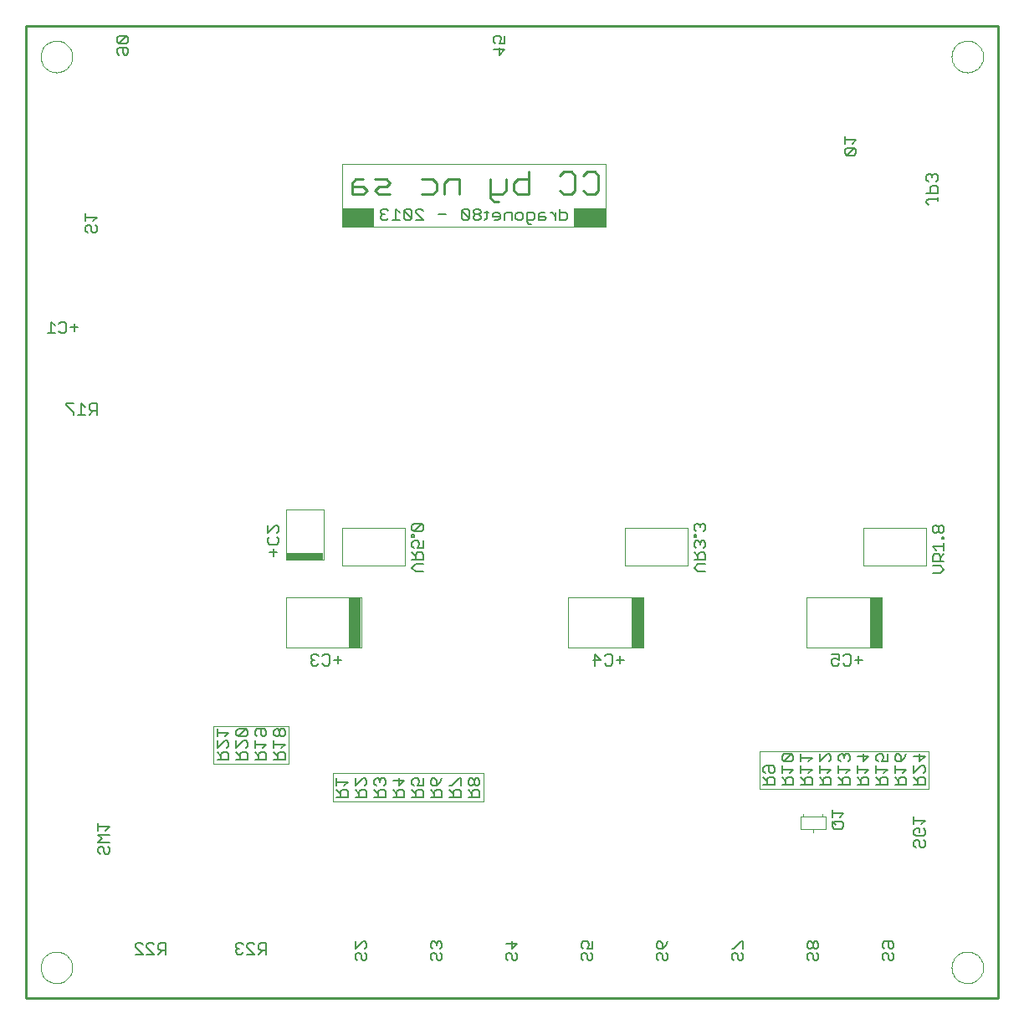
<source format=gbo>
G75*
G70*
%OFA0B0*%
%FSLAX24Y24*%
%IPPOS*%
%LPD*%
%AMOC8*
5,1,8,0,0,1.08239X$1,22.5*
%
%ADD10C,0.0100*%
%ADD11C,0.0000*%
%ADD12C,0.0050*%
%ADD13C,0.0040*%
%ADD14R,0.1500X0.0250*%
%ADD15R,0.0500X0.2000*%
%ADD16R,0.1250X0.0750*%
D10*
X002638Y000643D02*
X002638Y039398D01*
X041393Y039398D01*
X041393Y000643D01*
X002638Y000643D01*
X021316Y032376D02*
X021467Y032376D01*
X021316Y032376D02*
X021166Y032527D01*
X021166Y033277D01*
X021166Y032677D02*
X021617Y032677D01*
X021767Y032827D01*
X021767Y033277D01*
X022087Y033127D02*
X022237Y033277D01*
X022688Y033277D01*
X022688Y033577D02*
X022688Y032677D01*
X022237Y032677D01*
X022087Y032827D01*
X022087Y033127D01*
X023929Y032827D02*
X024079Y032677D01*
X024379Y032677D01*
X024529Y032827D01*
X024529Y033427D01*
X024379Y033577D01*
X024079Y033577D01*
X023929Y033427D01*
X024849Y033427D02*
X025000Y033577D01*
X025300Y033577D01*
X025450Y033427D01*
X025450Y032827D01*
X025300Y032677D01*
X025000Y032677D01*
X024849Y032827D01*
X019925Y032677D02*
X019925Y033277D01*
X019475Y033277D01*
X019325Y033127D01*
X019325Y032677D01*
X019004Y032827D02*
X019004Y033127D01*
X018854Y033277D01*
X018404Y033277D01*
X018404Y032677D02*
X018854Y032677D01*
X019004Y032827D01*
X017163Y032677D02*
X016713Y032677D01*
X016562Y032827D01*
X016713Y032977D01*
X017013Y032977D01*
X017163Y033127D01*
X017013Y033277D01*
X016562Y033277D01*
X016092Y033277D02*
X015792Y033277D01*
X015642Y033127D01*
X015642Y032677D01*
X016092Y032677D01*
X016242Y032827D01*
X016092Y032977D01*
X015642Y032977D01*
D11*
X003238Y038168D02*
X003240Y038218D01*
X003246Y038268D01*
X003256Y038317D01*
X003270Y038365D01*
X003287Y038412D01*
X003308Y038457D01*
X003333Y038501D01*
X003361Y038542D01*
X003393Y038581D01*
X003427Y038618D01*
X003464Y038652D01*
X003504Y038682D01*
X003546Y038709D01*
X003590Y038733D01*
X003636Y038754D01*
X003683Y038770D01*
X003731Y038783D01*
X003781Y038792D01*
X003830Y038797D01*
X003881Y038798D01*
X003931Y038795D01*
X003980Y038788D01*
X004029Y038777D01*
X004077Y038762D01*
X004123Y038744D01*
X004168Y038722D01*
X004211Y038696D01*
X004252Y038667D01*
X004291Y038635D01*
X004327Y038600D01*
X004359Y038562D01*
X004389Y038522D01*
X004416Y038479D01*
X004439Y038435D01*
X004458Y038389D01*
X004474Y038341D01*
X004486Y038292D01*
X004494Y038243D01*
X004498Y038193D01*
X004498Y038143D01*
X004494Y038093D01*
X004486Y038044D01*
X004474Y037995D01*
X004458Y037947D01*
X004439Y037901D01*
X004416Y037857D01*
X004389Y037814D01*
X004359Y037774D01*
X004327Y037736D01*
X004291Y037701D01*
X004252Y037669D01*
X004211Y037640D01*
X004168Y037614D01*
X004123Y037592D01*
X004077Y037574D01*
X004029Y037559D01*
X003980Y037548D01*
X003931Y037541D01*
X003881Y037538D01*
X003830Y037539D01*
X003781Y037544D01*
X003731Y037553D01*
X003683Y037566D01*
X003636Y037582D01*
X003590Y037603D01*
X003546Y037627D01*
X003504Y037654D01*
X003464Y037684D01*
X003427Y037718D01*
X003393Y037755D01*
X003361Y037794D01*
X003333Y037835D01*
X003308Y037879D01*
X003287Y037924D01*
X003270Y037971D01*
X003256Y038019D01*
X003246Y038068D01*
X003240Y038118D01*
X003238Y038168D01*
X003238Y001874D02*
X003240Y001924D01*
X003246Y001974D01*
X003256Y002023D01*
X003270Y002071D01*
X003287Y002118D01*
X003308Y002163D01*
X003333Y002207D01*
X003361Y002248D01*
X003393Y002287D01*
X003427Y002324D01*
X003464Y002358D01*
X003504Y002388D01*
X003546Y002415D01*
X003590Y002439D01*
X003636Y002460D01*
X003683Y002476D01*
X003731Y002489D01*
X003781Y002498D01*
X003830Y002503D01*
X003881Y002504D01*
X003931Y002501D01*
X003980Y002494D01*
X004029Y002483D01*
X004077Y002468D01*
X004123Y002450D01*
X004168Y002428D01*
X004211Y002402D01*
X004252Y002373D01*
X004291Y002341D01*
X004327Y002306D01*
X004359Y002268D01*
X004389Y002228D01*
X004416Y002185D01*
X004439Y002141D01*
X004458Y002095D01*
X004474Y002047D01*
X004486Y001998D01*
X004494Y001949D01*
X004498Y001899D01*
X004498Y001849D01*
X004494Y001799D01*
X004486Y001750D01*
X004474Y001701D01*
X004458Y001653D01*
X004439Y001607D01*
X004416Y001563D01*
X004389Y001520D01*
X004359Y001480D01*
X004327Y001442D01*
X004291Y001407D01*
X004252Y001375D01*
X004211Y001346D01*
X004168Y001320D01*
X004123Y001298D01*
X004077Y001280D01*
X004029Y001265D01*
X003980Y001254D01*
X003931Y001247D01*
X003881Y001244D01*
X003830Y001245D01*
X003781Y001250D01*
X003731Y001259D01*
X003683Y001272D01*
X003636Y001288D01*
X003590Y001309D01*
X003546Y001333D01*
X003504Y001360D01*
X003464Y001390D01*
X003427Y001424D01*
X003393Y001461D01*
X003361Y001500D01*
X003333Y001541D01*
X003308Y001585D01*
X003287Y001630D01*
X003270Y001677D01*
X003256Y001725D01*
X003246Y001774D01*
X003240Y001824D01*
X003238Y001874D01*
X039532Y001874D02*
X039534Y001924D01*
X039540Y001974D01*
X039550Y002023D01*
X039564Y002071D01*
X039581Y002118D01*
X039602Y002163D01*
X039627Y002207D01*
X039655Y002248D01*
X039687Y002287D01*
X039721Y002324D01*
X039758Y002358D01*
X039798Y002388D01*
X039840Y002415D01*
X039884Y002439D01*
X039930Y002460D01*
X039977Y002476D01*
X040025Y002489D01*
X040075Y002498D01*
X040124Y002503D01*
X040175Y002504D01*
X040225Y002501D01*
X040274Y002494D01*
X040323Y002483D01*
X040371Y002468D01*
X040417Y002450D01*
X040462Y002428D01*
X040505Y002402D01*
X040546Y002373D01*
X040585Y002341D01*
X040621Y002306D01*
X040653Y002268D01*
X040683Y002228D01*
X040710Y002185D01*
X040733Y002141D01*
X040752Y002095D01*
X040768Y002047D01*
X040780Y001998D01*
X040788Y001949D01*
X040792Y001899D01*
X040792Y001849D01*
X040788Y001799D01*
X040780Y001750D01*
X040768Y001701D01*
X040752Y001653D01*
X040733Y001607D01*
X040710Y001563D01*
X040683Y001520D01*
X040653Y001480D01*
X040621Y001442D01*
X040585Y001407D01*
X040546Y001375D01*
X040505Y001346D01*
X040462Y001320D01*
X040417Y001298D01*
X040371Y001280D01*
X040323Y001265D01*
X040274Y001254D01*
X040225Y001247D01*
X040175Y001244D01*
X040124Y001245D01*
X040075Y001250D01*
X040025Y001259D01*
X039977Y001272D01*
X039930Y001288D01*
X039884Y001309D01*
X039840Y001333D01*
X039798Y001360D01*
X039758Y001390D01*
X039721Y001424D01*
X039687Y001461D01*
X039655Y001500D01*
X039627Y001541D01*
X039602Y001585D01*
X039581Y001630D01*
X039564Y001677D01*
X039550Y001725D01*
X039540Y001774D01*
X039534Y001824D01*
X039532Y001874D01*
X039532Y038168D02*
X039534Y038218D01*
X039540Y038268D01*
X039550Y038317D01*
X039564Y038365D01*
X039581Y038412D01*
X039602Y038457D01*
X039627Y038501D01*
X039655Y038542D01*
X039687Y038581D01*
X039721Y038618D01*
X039758Y038652D01*
X039798Y038682D01*
X039840Y038709D01*
X039884Y038733D01*
X039930Y038754D01*
X039977Y038770D01*
X040025Y038783D01*
X040075Y038792D01*
X040124Y038797D01*
X040175Y038798D01*
X040225Y038795D01*
X040274Y038788D01*
X040323Y038777D01*
X040371Y038762D01*
X040417Y038744D01*
X040462Y038722D01*
X040505Y038696D01*
X040546Y038667D01*
X040585Y038635D01*
X040621Y038600D01*
X040653Y038562D01*
X040683Y038522D01*
X040710Y038479D01*
X040733Y038435D01*
X040752Y038389D01*
X040768Y038341D01*
X040780Y038292D01*
X040788Y038243D01*
X040792Y038193D01*
X040792Y038143D01*
X040788Y038093D01*
X040780Y038044D01*
X040768Y037995D01*
X040752Y037947D01*
X040733Y037901D01*
X040710Y037857D01*
X040683Y037814D01*
X040653Y037774D01*
X040621Y037736D01*
X040585Y037701D01*
X040546Y037669D01*
X040505Y037640D01*
X040462Y037614D01*
X040417Y037592D01*
X040371Y037574D01*
X040323Y037559D01*
X040274Y037548D01*
X040225Y037541D01*
X040175Y037538D01*
X040124Y037539D01*
X040075Y037544D01*
X040025Y037553D01*
X039977Y037566D01*
X039930Y037582D01*
X039884Y037603D01*
X039840Y037627D01*
X039798Y037654D01*
X039758Y037684D01*
X039721Y037718D01*
X039687Y037755D01*
X039655Y037794D01*
X039627Y037835D01*
X039602Y037879D01*
X039581Y037924D01*
X039564Y037971D01*
X039550Y038019D01*
X039540Y038068D01*
X039534Y038118D01*
X039532Y038168D01*
D12*
X035725Y034841D02*
X035275Y034841D01*
X035275Y034691D02*
X035275Y034992D01*
X035575Y034691D02*
X035725Y034841D01*
X035650Y034531D02*
X035350Y034231D01*
X035275Y034306D01*
X035275Y034456D01*
X035350Y034531D01*
X035650Y034531D01*
X035725Y034456D01*
X035725Y034306D01*
X035650Y034231D01*
X035350Y034231D01*
X038525Y033416D02*
X038525Y033266D01*
X038600Y033191D01*
X038750Y033341D02*
X038750Y033416D01*
X038675Y033492D01*
X038600Y033492D01*
X038525Y033416D01*
X038750Y033416D02*
X038825Y033492D01*
X038900Y033492D01*
X038975Y033416D01*
X038975Y033266D01*
X038900Y033191D01*
X038900Y033031D02*
X038750Y033031D01*
X038675Y032956D01*
X038675Y032731D01*
X038525Y032731D02*
X038975Y032731D01*
X038975Y032956D01*
X038900Y033031D01*
X038975Y032571D02*
X038975Y032421D01*
X038975Y032496D02*
X038600Y032496D01*
X038525Y032421D01*
X038525Y032346D01*
X038600Y032270D01*
X038850Y019492D02*
X038925Y019492D01*
X039000Y019416D01*
X039000Y019266D01*
X038925Y019191D01*
X038850Y019191D01*
X038775Y019266D01*
X038775Y019416D01*
X038850Y019492D01*
X039000Y019416D02*
X039075Y019492D01*
X039150Y019492D01*
X039225Y019416D01*
X039225Y019266D01*
X039150Y019191D01*
X039075Y019191D01*
X039000Y019266D01*
X039150Y019036D02*
X039225Y019036D01*
X039225Y018961D01*
X039150Y018961D01*
X039150Y019036D01*
X039225Y018801D02*
X039225Y018501D01*
X039225Y018651D02*
X038775Y018651D01*
X038925Y018501D01*
X039000Y018341D02*
X039075Y018265D01*
X039075Y018040D01*
X039225Y018040D02*
X038775Y018040D01*
X038775Y018265D01*
X038850Y018341D01*
X039000Y018341D01*
X039075Y018190D02*
X039225Y018341D01*
X039075Y017880D02*
X038775Y017880D01*
X039075Y017880D02*
X039225Y017730D01*
X039075Y017580D01*
X038775Y017580D01*
X035825Y014277D02*
X035825Y013977D01*
X035975Y014127D02*
X035675Y014127D01*
X035515Y014277D02*
X035515Y013977D01*
X035440Y013902D01*
X035289Y013902D01*
X035214Y013977D01*
X035054Y013977D02*
X034979Y013902D01*
X034829Y013902D01*
X034754Y013977D01*
X034754Y014127D01*
X034829Y014202D01*
X034904Y014202D01*
X035054Y014127D01*
X035054Y014352D01*
X034754Y014352D01*
X035214Y014277D02*
X035289Y014352D01*
X035440Y014352D01*
X035515Y014277D01*
X035400Y010373D02*
X035325Y010373D01*
X035250Y010298D01*
X035175Y010373D01*
X035100Y010373D01*
X035025Y010298D01*
X035025Y010148D01*
X035100Y010072D01*
X035025Y009912D02*
X035025Y009612D01*
X035025Y009762D02*
X035475Y009762D01*
X035325Y009612D01*
X035250Y009452D02*
X035175Y009377D01*
X035175Y009152D01*
X035175Y009302D02*
X035025Y009452D01*
X035250Y009452D02*
X035400Y009452D01*
X035475Y009377D01*
X035475Y009152D01*
X035025Y009152D01*
X034725Y009152D02*
X034725Y009377D01*
X034650Y009452D01*
X034500Y009452D01*
X034425Y009377D01*
X034425Y009152D01*
X034425Y009302D02*
X034275Y009452D01*
X034275Y009612D02*
X034275Y009912D01*
X034275Y009762D02*
X034725Y009762D01*
X034575Y009612D01*
X034650Y010072D02*
X034725Y010148D01*
X034725Y010298D01*
X034650Y010373D01*
X034575Y010373D01*
X034275Y010072D01*
X034275Y010373D01*
X033975Y010223D02*
X033825Y010072D01*
X033975Y010223D02*
X033525Y010223D01*
X033525Y010373D02*
X033525Y010072D01*
X033525Y009912D02*
X033525Y009612D01*
X033525Y009762D02*
X033975Y009762D01*
X033825Y009612D01*
X033900Y009452D02*
X033750Y009452D01*
X033675Y009377D01*
X033675Y009152D01*
X033675Y009302D02*
X033525Y009452D01*
X033525Y009152D02*
X033975Y009152D01*
X033975Y009377D01*
X033900Y009452D01*
X034275Y009152D02*
X034725Y009152D01*
X034775Y008162D02*
X034775Y007862D01*
X034775Y008012D02*
X035225Y008012D01*
X035075Y007862D01*
X035150Y007702D02*
X034850Y007702D01*
X034775Y007627D01*
X034775Y007477D01*
X034850Y007402D01*
X035150Y007402D01*
X035225Y007477D01*
X035225Y007627D01*
X035150Y007702D01*
X034925Y007552D02*
X034775Y007702D01*
X035775Y009152D02*
X036225Y009152D01*
X036225Y009377D01*
X036150Y009452D01*
X036000Y009452D01*
X035925Y009377D01*
X035925Y009152D01*
X035925Y009302D02*
X035775Y009452D01*
X035775Y009612D02*
X035775Y009912D01*
X035775Y009762D02*
X036225Y009762D01*
X036075Y009612D01*
X036525Y009612D02*
X036525Y009912D01*
X036525Y009762D02*
X036975Y009762D01*
X036825Y009612D01*
X036750Y009452D02*
X036675Y009377D01*
X036675Y009152D01*
X036675Y009302D02*
X036525Y009452D01*
X036750Y009452D02*
X036900Y009452D01*
X036975Y009377D01*
X036975Y009152D01*
X036525Y009152D01*
X037275Y009152D02*
X037725Y009152D01*
X037725Y009377D01*
X037650Y009452D01*
X037500Y009452D01*
X037425Y009377D01*
X037425Y009152D01*
X037425Y009302D02*
X037275Y009452D01*
X037275Y009612D02*
X037275Y009912D01*
X037275Y009762D02*
X037725Y009762D01*
X037575Y009612D01*
X038025Y009612D02*
X038325Y009912D01*
X038400Y009912D01*
X038475Y009837D01*
X038475Y009687D01*
X038400Y009612D01*
X038400Y009452D02*
X038250Y009452D01*
X038175Y009377D01*
X038175Y009152D01*
X038175Y009302D02*
X038025Y009452D01*
X038025Y009612D02*
X038025Y009912D01*
X038250Y010072D02*
X038250Y010373D01*
X038025Y010298D02*
X038475Y010298D01*
X038250Y010072D01*
X037725Y010373D02*
X037650Y010223D01*
X037500Y010072D01*
X037500Y010298D01*
X037425Y010373D01*
X037350Y010373D01*
X037275Y010298D01*
X037275Y010148D01*
X037350Y010072D01*
X037500Y010072D01*
X036975Y010072D02*
X036975Y010373D01*
X036825Y010298D02*
X036750Y010373D01*
X036600Y010373D01*
X036525Y010298D01*
X036525Y010148D01*
X036600Y010072D01*
X036750Y010072D02*
X036825Y010223D01*
X036825Y010298D01*
X036750Y010072D02*
X036975Y010072D01*
X036225Y010298D02*
X036000Y010072D01*
X036000Y010373D01*
X035775Y010298D02*
X036225Y010298D01*
X035475Y010298D02*
X035400Y010373D01*
X035475Y010298D02*
X035475Y010148D01*
X035400Y010072D01*
X035250Y010223D02*
X035250Y010298D01*
X033225Y010298D02*
X033150Y010373D01*
X032850Y010072D01*
X032775Y010148D01*
X032775Y010298D01*
X032850Y010373D01*
X033150Y010373D01*
X033225Y010298D02*
X033225Y010148D01*
X033150Y010072D01*
X032850Y010072D01*
X032775Y009912D02*
X032775Y009612D01*
X032775Y009762D02*
X033225Y009762D01*
X033075Y009612D01*
X033000Y009452D02*
X032925Y009377D01*
X032925Y009152D01*
X032925Y009302D02*
X032775Y009452D01*
X033000Y009452D02*
X033150Y009452D01*
X033225Y009377D01*
X033225Y009152D01*
X032775Y009152D01*
X032475Y009152D02*
X032475Y009377D01*
X032400Y009452D01*
X032250Y009452D01*
X032175Y009377D01*
X032175Y009152D01*
X032175Y009302D02*
X032025Y009452D01*
X032100Y009612D02*
X032025Y009687D01*
X032025Y009837D01*
X032100Y009912D01*
X032400Y009912D01*
X032475Y009837D01*
X032475Y009687D01*
X032400Y009612D01*
X032325Y009612D01*
X032250Y009687D01*
X032250Y009912D01*
X032025Y009152D02*
X032475Y009152D01*
X038025Y009152D02*
X038475Y009152D01*
X038475Y009377D01*
X038400Y009452D01*
X038025Y007873D02*
X038025Y007572D01*
X038025Y007723D02*
X038475Y007723D01*
X038325Y007572D01*
X038250Y007412D02*
X038250Y007262D01*
X038250Y007412D02*
X038100Y007412D01*
X038025Y007337D01*
X038025Y007187D01*
X038100Y007112D01*
X038400Y007112D01*
X038475Y007187D01*
X038475Y007337D01*
X038400Y007412D01*
X038400Y006952D02*
X038475Y006877D01*
X038475Y006727D01*
X038400Y006652D01*
X038325Y006652D01*
X038250Y006727D01*
X038250Y006877D01*
X038175Y006952D01*
X038100Y006952D01*
X038025Y006877D01*
X038025Y006727D01*
X038100Y006652D01*
X037150Y002912D02*
X036850Y002912D01*
X036775Y002837D01*
X036775Y002687D01*
X036850Y002612D01*
X036850Y002452D02*
X036775Y002377D01*
X036775Y002227D01*
X036850Y002152D01*
X037000Y002227D02*
X037000Y002377D01*
X036925Y002452D01*
X036850Y002452D01*
X037000Y002227D02*
X037075Y002152D01*
X037150Y002152D01*
X037225Y002227D01*
X037225Y002377D01*
X037150Y002452D01*
X037150Y002612D02*
X037075Y002612D01*
X037000Y002687D01*
X037000Y002912D01*
X037150Y002912D02*
X037225Y002837D01*
X037225Y002687D01*
X037150Y002612D01*
X034225Y002687D02*
X034225Y002837D01*
X034150Y002912D01*
X034075Y002912D01*
X034000Y002837D01*
X034000Y002687D01*
X034075Y002612D01*
X034150Y002612D01*
X034225Y002687D01*
X034000Y002687D02*
X033925Y002612D01*
X033850Y002612D01*
X033775Y002687D01*
X033775Y002837D01*
X033850Y002912D01*
X033925Y002912D01*
X034000Y002837D01*
X033925Y002452D02*
X033850Y002452D01*
X033775Y002377D01*
X033775Y002227D01*
X033850Y002152D01*
X034000Y002227D02*
X034000Y002377D01*
X033925Y002452D01*
X034150Y002452D02*
X034225Y002377D01*
X034225Y002227D01*
X034150Y002152D01*
X034075Y002152D01*
X034000Y002227D01*
X031225Y002227D02*
X031150Y002152D01*
X031075Y002152D01*
X031000Y002227D01*
X031000Y002377D01*
X030925Y002452D01*
X030850Y002452D01*
X030775Y002377D01*
X030775Y002227D01*
X030850Y002152D01*
X031225Y002227D02*
X031225Y002377D01*
X031150Y002452D01*
X031225Y002612D02*
X031225Y002912D01*
X031150Y002912D01*
X030850Y002612D01*
X030775Y002612D01*
X028225Y002377D02*
X028225Y002227D01*
X028150Y002152D01*
X028075Y002152D01*
X028000Y002227D01*
X028000Y002377D01*
X027925Y002452D01*
X027850Y002452D01*
X027775Y002377D01*
X027775Y002227D01*
X027850Y002152D01*
X028150Y002452D02*
X028225Y002377D01*
X028000Y002612D02*
X027850Y002612D01*
X027775Y002687D01*
X027775Y002837D01*
X027850Y002912D01*
X027925Y002912D01*
X028000Y002837D01*
X028000Y002612D01*
X028150Y002762D01*
X028225Y002912D01*
X025225Y002912D02*
X025225Y002612D01*
X025000Y002612D01*
X025075Y002762D01*
X025075Y002837D01*
X025000Y002912D01*
X024850Y002912D01*
X024775Y002837D01*
X024775Y002687D01*
X024850Y002612D01*
X024850Y002452D02*
X024775Y002377D01*
X024775Y002227D01*
X024850Y002152D01*
X025000Y002227D02*
X025000Y002377D01*
X024925Y002452D01*
X024850Y002452D01*
X025000Y002227D02*
X025075Y002152D01*
X025150Y002152D01*
X025225Y002227D01*
X025225Y002377D01*
X025150Y002452D01*
X022225Y002377D02*
X022225Y002227D01*
X022150Y002152D01*
X022075Y002152D01*
X022000Y002227D01*
X022000Y002377D01*
X021925Y002452D01*
X021850Y002452D01*
X021775Y002377D01*
X021775Y002227D01*
X021850Y002152D01*
X022150Y002452D02*
X022225Y002377D01*
X022000Y002612D02*
X022000Y002912D01*
X021775Y002837D02*
X022225Y002837D01*
X022000Y002612D01*
X019225Y002687D02*
X019225Y002837D01*
X019150Y002912D01*
X019075Y002912D01*
X019000Y002837D01*
X018925Y002912D01*
X018850Y002912D01*
X018775Y002837D01*
X018775Y002687D01*
X018850Y002612D01*
X018850Y002452D02*
X018775Y002377D01*
X018775Y002227D01*
X018850Y002152D01*
X019000Y002227D02*
X019000Y002377D01*
X018925Y002452D01*
X018850Y002452D01*
X019000Y002227D02*
X019075Y002152D01*
X019150Y002152D01*
X019225Y002227D01*
X019225Y002377D01*
X019150Y002452D01*
X019150Y002612D02*
X019225Y002687D01*
X019000Y002762D02*
X019000Y002837D01*
X016225Y002837D02*
X016225Y002687D01*
X016150Y002612D01*
X016150Y002452D02*
X016225Y002377D01*
X016225Y002227D01*
X016150Y002152D01*
X016075Y002152D01*
X016000Y002227D01*
X016000Y002377D01*
X015925Y002452D01*
X015850Y002452D01*
X015775Y002377D01*
X015775Y002227D01*
X015850Y002152D01*
X015775Y002612D02*
X016075Y002912D01*
X016150Y002912D01*
X016225Y002837D01*
X015775Y002912D02*
X015775Y002612D01*
X012225Y002552D02*
X012000Y002552D01*
X011925Y002627D01*
X011925Y002777D01*
X012000Y002852D01*
X012225Y002852D01*
X012225Y002402D01*
X012075Y002552D02*
X011925Y002402D01*
X011765Y002402D02*
X011464Y002702D01*
X011464Y002777D01*
X011539Y002852D01*
X011690Y002852D01*
X011765Y002777D01*
X011765Y002402D02*
X011464Y002402D01*
X011304Y002477D02*
X011229Y002402D01*
X011079Y002402D01*
X011004Y002477D01*
X011004Y002552D01*
X011079Y002627D01*
X011154Y002627D01*
X011079Y002627D02*
X011004Y002702D01*
X011004Y002777D01*
X011079Y002852D01*
X011229Y002852D01*
X011304Y002777D01*
X008225Y002852D02*
X008225Y002402D01*
X008225Y002552D02*
X008000Y002552D01*
X007925Y002627D01*
X007925Y002777D01*
X008000Y002852D01*
X008225Y002852D01*
X008075Y002552D02*
X007925Y002402D01*
X007765Y002402D02*
X007464Y002702D01*
X007464Y002777D01*
X007539Y002852D01*
X007690Y002852D01*
X007765Y002777D01*
X007765Y002402D02*
X007464Y002402D01*
X007304Y002402D02*
X007004Y002702D01*
X007004Y002777D01*
X007079Y002852D01*
X007229Y002852D01*
X007304Y002777D01*
X007304Y002402D02*
X007004Y002402D01*
X005900Y006402D02*
X005825Y006402D01*
X005750Y006477D01*
X005750Y006627D01*
X005675Y006702D01*
X005600Y006702D01*
X005525Y006627D01*
X005525Y006477D01*
X005600Y006402D01*
X005900Y006402D02*
X005975Y006477D01*
X005975Y006627D01*
X005900Y006702D01*
X005975Y006862D02*
X005525Y006862D01*
X005675Y007012D01*
X005525Y007162D01*
X005975Y007162D01*
X005825Y007322D02*
X005975Y007473D01*
X005525Y007473D01*
X005525Y007623D02*
X005525Y007322D01*
X010275Y010152D02*
X010725Y010152D01*
X010725Y010377D01*
X010650Y010452D01*
X010500Y010452D01*
X010425Y010377D01*
X010425Y010152D01*
X010425Y010302D02*
X010275Y010452D01*
X010275Y010612D02*
X010575Y010912D01*
X010650Y010912D01*
X010725Y010837D01*
X010725Y010687D01*
X010650Y010612D01*
X010275Y010612D02*
X010275Y010912D01*
X010275Y011072D02*
X010275Y011373D01*
X010275Y011223D02*
X010725Y011223D01*
X010575Y011072D01*
X011025Y011148D02*
X011100Y011072D01*
X011400Y011373D01*
X011100Y011373D01*
X011025Y011298D01*
X011025Y011148D01*
X011100Y011072D02*
X011400Y011072D01*
X011475Y011148D01*
X011475Y011298D01*
X011400Y011373D01*
X011775Y011298D02*
X011850Y011373D01*
X012150Y011373D01*
X012225Y011298D01*
X012225Y011148D01*
X012150Y011072D01*
X012075Y011072D01*
X012000Y011148D01*
X012000Y011373D01*
X011775Y011298D02*
X011775Y011148D01*
X011850Y011072D01*
X011775Y010912D02*
X011775Y010612D01*
X011775Y010762D02*
X012225Y010762D01*
X012075Y010612D01*
X012000Y010452D02*
X011925Y010377D01*
X011925Y010152D01*
X011925Y010302D02*
X011775Y010452D01*
X012000Y010452D02*
X012150Y010452D01*
X012225Y010377D01*
X012225Y010152D01*
X011775Y010152D01*
X011475Y010152D02*
X011475Y010377D01*
X011400Y010452D01*
X011250Y010452D01*
X011175Y010377D01*
X011175Y010152D01*
X011175Y010302D02*
X011025Y010452D01*
X011025Y010612D02*
X011325Y010912D01*
X011400Y010912D01*
X011475Y010837D01*
X011475Y010687D01*
X011400Y010612D01*
X011025Y010612D02*
X011025Y010912D01*
X011025Y010152D02*
X011475Y010152D01*
X012525Y010152D02*
X012975Y010152D01*
X012975Y010377D01*
X012900Y010452D01*
X012750Y010452D01*
X012675Y010377D01*
X012675Y010152D01*
X012675Y010302D02*
X012525Y010452D01*
X012525Y010612D02*
X012525Y010912D01*
X012525Y010762D02*
X012975Y010762D01*
X012825Y010612D01*
X012825Y011072D02*
X012900Y011072D01*
X012975Y011148D01*
X012975Y011298D01*
X012900Y011373D01*
X012825Y011373D01*
X012750Y011298D01*
X012750Y011148D01*
X012825Y011072D01*
X012750Y011148D02*
X012675Y011072D01*
X012600Y011072D01*
X012525Y011148D01*
X012525Y011298D01*
X012600Y011373D01*
X012675Y011373D01*
X012750Y011298D01*
X014079Y013902D02*
X014229Y013902D01*
X014304Y013977D01*
X014464Y013977D02*
X014539Y013902D01*
X014690Y013902D01*
X014765Y013977D01*
X014765Y014277D01*
X014690Y014352D01*
X014539Y014352D01*
X014464Y014277D01*
X014304Y014277D02*
X014229Y014352D01*
X014079Y014352D01*
X014004Y014277D01*
X014004Y014202D01*
X014079Y014127D01*
X014004Y014052D01*
X014004Y013977D01*
X014079Y013902D01*
X014079Y014127D02*
X014154Y014127D01*
X014925Y014127D02*
X015225Y014127D01*
X015075Y014277D02*
X015075Y013977D01*
X018175Y017652D02*
X018025Y017802D01*
X018175Y017952D01*
X018475Y017952D01*
X018475Y018112D02*
X018475Y018337D01*
X018400Y018412D01*
X018250Y018412D01*
X018175Y018337D01*
X018175Y018112D01*
X018025Y018112D02*
X018475Y018112D01*
X018175Y018262D02*
X018025Y018412D01*
X018100Y018572D02*
X018025Y018648D01*
X018025Y018798D01*
X018100Y018873D01*
X018250Y018873D01*
X018325Y018798D01*
X018325Y018723D01*
X018250Y018572D01*
X018475Y018572D01*
X018475Y018873D01*
X018400Y019263D02*
X018100Y019263D01*
X018400Y019563D01*
X018100Y019563D01*
X018025Y019488D01*
X018025Y019338D01*
X018100Y019263D01*
X018100Y019108D02*
X018025Y019108D01*
X018025Y019033D01*
X018100Y019033D01*
X018100Y019108D01*
X018400Y019263D02*
X018475Y019338D01*
X018475Y019488D01*
X018400Y019563D01*
X018475Y017652D02*
X018175Y017652D01*
X012725Y018806D02*
X012650Y018731D01*
X012350Y018731D01*
X012275Y018806D01*
X012275Y018956D01*
X012350Y019031D01*
X012275Y019191D02*
X012575Y019492D01*
X012650Y019492D01*
X012725Y019416D01*
X012725Y019266D01*
X012650Y019191D01*
X012650Y019031D02*
X012725Y018956D01*
X012725Y018806D01*
X012500Y018571D02*
X012500Y018270D01*
X012650Y018421D02*
X012350Y018421D01*
X012275Y019191D02*
X012275Y019492D01*
X005475Y023902D02*
X005475Y024352D01*
X005250Y024352D01*
X005175Y024277D01*
X005175Y024127D01*
X005250Y024052D01*
X005475Y024052D01*
X005325Y024052D02*
X005175Y023902D01*
X005015Y023902D02*
X004714Y023902D01*
X004864Y023902D02*
X004864Y024352D01*
X005015Y024202D01*
X004554Y024352D02*
X004254Y024352D01*
X004254Y024277D01*
X004554Y023977D01*
X004554Y023902D01*
X004190Y027152D02*
X004039Y027152D01*
X003964Y027227D01*
X003804Y027152D02*
X003504Y027152D01*
X003654Y027152D02*
X003654Y027602D01*
X003804Y027452D01*
X003964Y027527D02*
X004039Y027602D01*
X004190Y027602D01*
X004265Y027527D01*
X004265Y027227D01*
X004190Y027152D01*
X004425Y027377D02*
X004725Y027377D01*
X004575Y027527D02*
X004575Y027227D01*
X005100Y031152D02*
X005025Y031227D01*
X005025Y031377D01*
X005100Y031452D01*
X005175Y031452D01*
X005250Y031377D01*
X005250Y031227D01*
X005325Y031152D01*
X005400Y031152D01*
X005475Y031227D01*
X005475Y031377D01*
X005400Y031452D01*
X005325Y031612D02*
X005475Y031762D01*
X005025Y031762D01*
X005025Y031612D02*
X005025Y031912D01*
X006350Y038231D02*
X006275Y038306D01*
X006275Y038456D01*
X006350Y038531D01*
X006650Y038531D01*
X006725Y038456D01*
X006725Y038306D01*
X006650Y038231D01*
X006575Y038231D01*
X006500Y038306D01*
X006500Y038531D01*
X006350Y038691D02*
X006650Y038992D01*
X006350Y038992D01*
X006275Y038916D01*
X006275Y038766D01*
X006350Y038691D01*
X006650Y038691D01*
X006725Y038766D01*
X006725Y038916D01*
X006650Y038992D01*
X016789Y032027D02*
X016789Y031952D01*
X016864Y031877D01*
X016789Y031802D01*
X016789Y031727D01*
X016864Y031652D01*
X017014Y031652D01*
X017089Y031727D01*
X017249Y031652D02*
X017549Y031652D01*
X017399Y031652D02*
X017399Y032102D01*
X017549Y031952D01*
X017709Y032027D02*
X017709Y031727D01*
X017785Y031652D01*
X017935Y031652D01*
X018010Y031727D01*
X017709Y032027D01*
X017785Y032102D01*
X017935Y032102D01*
X018010Y032027D01*
X018010Y031727D01*
X018170Y031652D02*
X018470Y031652D01*
X018170Y031952D01*
X018170Y032027D01*
X018245Y032102D01*
X018395Y032102D01*
X018470Y032027D01*
X019091Y031877D02*
X019391Y031877D01*
X020011Y032027D02*
X020312Y031727D01*
X020237Y031652D01*
X020086Y031652D01*
X020011Y031727D01*
X020011Y032027D01*
X020086Y032102D01*
X020237Y032102D01*
X020312Y032027D01*
X020312Y031727D01*
X020472Y031727D02*
X020547Y031652D01*
X020697Y031652D01*
X020772Y031727D01*
X020772Y031802D01*
X020697Y031877D01*
X020547Y031877D01*
X020472Y031802D01*
X020472Y031727D01*
X020547Y031877D02*
X020472Y031952D01*
X020472Y032027D01*
X020547Y032102D01*
X020697Y032102D01*
X020772Y032027D01*
X020772Y031952D01*
X020697Y031877D01*
X020929Y031952D02*
X021079Y031952D01*
X021004Y032027D02*
X021004Y031727D01*
X020929Y031652D01*
X021239Y031802D02*
X021539Y031802D01*
X021539Y031877D02*
X021464Y031952D01*
X021314Y031952D01*
X021239Y031877D01*
X021239Y031802D01*
X021314Y031652D02*
X021464Y031652D01*
X021539Y031727D01*
X021539Y031877D01*
X021700Y031877D02*
X021700Y031652D01*
X021700Y031877D02*
X021775Y031952D01*
X022000Y031952D01*
X022000Y031652D01*
X022160Y031727D02*
X022160Y031877D01*
X022235Y031952D01*
X022385Y031952D01*
X022460Y031877D01*
X022460Y031727D01*
X022385Y031652D01*
X022235Y031652D01*
X022160Y031727D01*
X022620Y031652D02*
X022845Y031652D01*
X022921Y031727D01*
X022921Y031877D01*
X022845Y031952D01*
X022620Y031952D01*
X022620Y031577D01*
X022695Y031502D01*
X022770Y031502D01*
X023081Y031652D02*
X023306Y031652D01*
X023381Y031727D01*
X023306Y031802D01*
X023081Y031802D01*
X023081Y031877D02*
X023081Y031652D01*
X023081Y031877D02*
X023156Y031952D01*
X023306Y031952D01*
X023539Y031952D02*
X023614Y031952D01*
X023765Y031802D01*
X023765Y031652D02*
X023765Y031952D01*
X023925Y031952D02*
X024150Y031952D01*
X024225Y031877D01*
X024225Y031727D01*
X024150Y031652D01*
X023925Y031652D01*
X023925Y032102D01*
X021500Y038231D02*
X021500Y038531D01*
X021500Y038691D02*
X021575Y038841D01*
X021575Y038916D01*
X021500Y038992D01*
X021350Y038992D01*
X021275Y038916D01*
X021275Y038766D01*
X021350Y038691D01*
X021500Y038691D02*
X021725Y038691D01*
X021725Y038992D01*
X021725Y038456D02*
X021275Y038456D01*
X021500Y038231D02*
X021725Y038456D01*
X017014Y032102D02*
X016864Y032102D01*
X016789Y032027D01*
X016864Y031877D02*
X016939Y031877D01*
X017089Y032027D02*
X017014Y032102D01*
X029350Y019563D02*
X029275Y019488D01*
X029275Y019338D01*
X029350Y019263D01*
X029350Y019108D02*
X029275Y019108D01*
X029275Y019033D01*
X029350Y019033D01*
X029350Y019108D01*
X029350Y018873D02*
X029275Y018798D01*
X029275Y018648D01*
X029350Y018572D01*
X029275Y018412D02*
X029425Y018262D01*
X029425Y018337D02*
X029425Y018112D01*
X029275Y018112D02*
X029725Y018112D01*
X029725Y018337D01*
X029650Y018412D01*
X029500Y018412D01*
X029425Y018337D01*
X029650Y018572D02*
X029725Y018648D01*
X029725Y018798D01*
X029650Y018873D01*
X029575Y018873D01*
X029500Y018798D01*
X029425Y018873D01*
X029350Y018873D01*
X029500Y018798D02*
X029500Y018723D01*
X029650Y019263D02*
X029725Y019338D01*
X029725Y019488D01*
X029650Y019563D01*
X029575Y019563D01*
X029500Y019488D01*
X029425Y019563D01*
X029350Y019563D01*
X029500Y019488D02*
X029500Y019413D01*
X029425Y017952D02*
X029725Y017952D01*
X029425Y017952D02*
X029275Y017802D01*
X029425Y017652D01*
X029725Y017652D01*
X026325Y014277D02*
X026325Y013977D01*
X026475Y014127D02*
X026175Y014127D01*
X026015Y014277D02*
X026015Y013977D01*
X025940Y013902D01*
X025789Y013902D01*
X025714Y013977D01*
X025554Y014127D02*
X025254Y014127D01*
X025329Y013902D02*
X025329Y014352D01*
X025554Y014127D01*
X025714Y014277D02*
X025789Y014352D01*
X025940Y014352D01*
X026015Y014277D01*
X020725Y009337D02*
X020725Y009187D01*
X020650Y009112D01*
X020575Y009112D01*
X020500Y009187D01*
X020500Y009337D01*
X020425Y009412D01*
X020350Y009412D01*
X020275Y009337D01*
X020275Y009187D01*
X020350Y009112D01*
X020425Y009112D01*
X020500Y009187D01*
X020500Y009337D02*
X020575Y009412D01*
X020650Y009412D01*
X020725Y009337D01*
X020650Y008952D02*
X020500Y008952D01*
X020425Y008877D01*
X020425Y008652D01*
X020425Y008802D02*
X020275Y008952D01*
X020275Y008652D02*
X020725Y008652D01*
X020725Y008877D01*
X020650Y008952D01*
X019975Y008877D02*
X019975Y008652D01*
X019525Y008652D01*
X019675Y008652D02*
X019675Y008877D01*
X019750Y008952D01*
X019900Y008952D01*
X019975Y008877D01*
X019975Y009112D02*
X019975Y009412D01*
X019900Y009412D01*
X019600Y009112D01*
X019525Y009112D01*
X019525Y008952D02*
X019675Y008802D01*
X019225Y008877D02*
X019150Y008952D01*
X019000Y008952D01*
X018925Y008877D01*
X018925Y008652D01*
X018925Y008802D02*
X018775Y008952D01*
X018850Y009112D02*
X018775Y009187D01*
X018775Y009337D01*
X018850Y009412D01*
X018925Y009412D01*
X019000Y009337D01*
X019000Y009112D01*
X018850Y009112D01*
X019000Y009112D02*
X019150Y009262D01*
X019225Y009412D01*
X019225Y008877D02*
X019225Y008652D01*
X018775Y008652D01*
X018475Y008652D02*
X018475Y008877D01*
X018400Y008952D01*
X018250Y008952D01*
X018175Y008877D01*
X018175Y008652D01*
X018175Y008802D02*
X018025Y008952D01*
X018100Y009112D02*
X018025Y009187D01*
X018025Y009337D01*
X018100Y009412D01*
X018250Y009412D01*
X018325Y009337D01*
X018325Y009262D01*
X018250Y009112D01*
X018475Y009112D01*
X018475Y009412D01*
X017725Y009337D02*
X017500Y009112D01*
X017500Y009412D01*
X017275Y009337D02*
X017725Y009337D01*
X017650Y008952D02*
X017500Y008952D01*
X017425Y008877D01*
X017425Y008652D01*
X017425Y008802D02*
X017275Y008952D01*
X017275Y008652D02*
X017725Y008652D01*
X017725Y008877D01*
X017650Y008952D01*
X018025Y008652D02*
X018475Y008652D01*
X016975Y008652D02*
X016975Y008877D01*
X016900Y008952D01*
X016750Y008952D01*
X016675Y008877D01*
X016675Y008652D01*
X016675Y008802D02*
X016525Y008952D01*
X016600Y009112D02*
X016525Y009187D01*
X016525Y009337D01*
X016600Y009412D01*
X016675Y009412D01*
X016750Y009337D01*
X016750Y009262D01*
X016750Y009337D02*
X016825Y009412D01*
X016900Y009412D01*
X016975Y009337D01*
X016975Y009187D01*
X016900Y009112D01*
X016975Y008652D02*
X016525Y008652D01*
X016225Y008652D02*
X016225Y008877D01*
X016150Y008952D01*
X016000Y008952D01*
X015925Y008877D01*
X015925Y008652D01*
X015925Y008802D02*
X015775Y008952D01*
X015775Y009112D02*
X016075Y009412D01*
X016150Y009412D01*
X016225Y009337D01*
X016225Y009187D01*
X016150Y009112D01*
X015775Y009112D02*
X015775Y009412D01*
X015475Y009262D02*
X015025Y009262D01*
X015025Y009112D02*
X015025Y009412D01*
X015325Y009112D02*
X015475Y009262D01*
X015400Y008952D02*
X015475Y008877D01*
X015475Y008652D01*
X015025Y008652D01*
X015175Y008652D02*
X015175Y008877D01*
X015250Y008952D01*
X015400Y008952D01*
X015175Y008802D02*
X015025Y008952D01*
X015775Y008652D02*
X016225Y008652D01*
D13*
X014875Y008502D02*
X014875Y009627D01*
X020875Y009627D01*
X020875Y008502D01*
X014875Y008502D01*
X013125Y010002D02*
X013125Y011502D01*
X010125Y011502D01*
X010125Y010002D01*
X013125Y010002D01*
X013000Y014627D02*
X013000Y016627D01*
X016000Y016627D01*
X016000Y014627D01*
X013000Y014627D01*
X015250Y017877D02*
X015250Y019377D01*
X017750Y019377D01*
X017750Y017877D01*
X015250Y017877D01*
X014500Y018127D02*
X013000Y018127D01*
X013000Y020127D01*
X014500Y020127D01*
X014500Y018127D01*
X024250Y016627D02*
X024250Y014627D01*
X027250Y014627D01*
X027250Y016627D01*
X024250Y016627D01*
X026500Y017877D02*
X026500Y019377D01*
X029000Y019377D01*
X029000Y017877D01*
X026500Y017877D01*
X033750Y016627D02*
X033750Y014627D01*
X036750Y014627D01*
X036750Y016627D01*
X033750Y016627D01*
X036000Y017877D02*
X036000Y019377D01*
X038500Y019377D01*
X038500Y017877D01*
X036000Y017877D01*
X038625Y010502D02*
X031875Y010502D01*
X031875Y009002D01*
X038625Y009002D01*
X038625Y010502D01*
X034500Y007877D02*
X034500Y007377D01*
X033500Y007377D01*
X033500Y007877D01*
X034500Y007877D01*
X034375Y007877D02*
X034375Y008002D01*
X034000Y007377D02*
X034000Y007252D01*
X033625Y007877D02*
X033625Y008002D01*
X025750Y031377D02*
X015250Y031377D01*
X015250Y033877D01*
X025750Y033877D01*
X025750Y031377D01*
D14*
X013750Y018252D03*
D15*
X015750Y015627D03*
X027000Y015627D03*
X036500Y015627D03*
D16*
X025125Y031752D03*
X015875Y031752D03*
M02*

</source>
